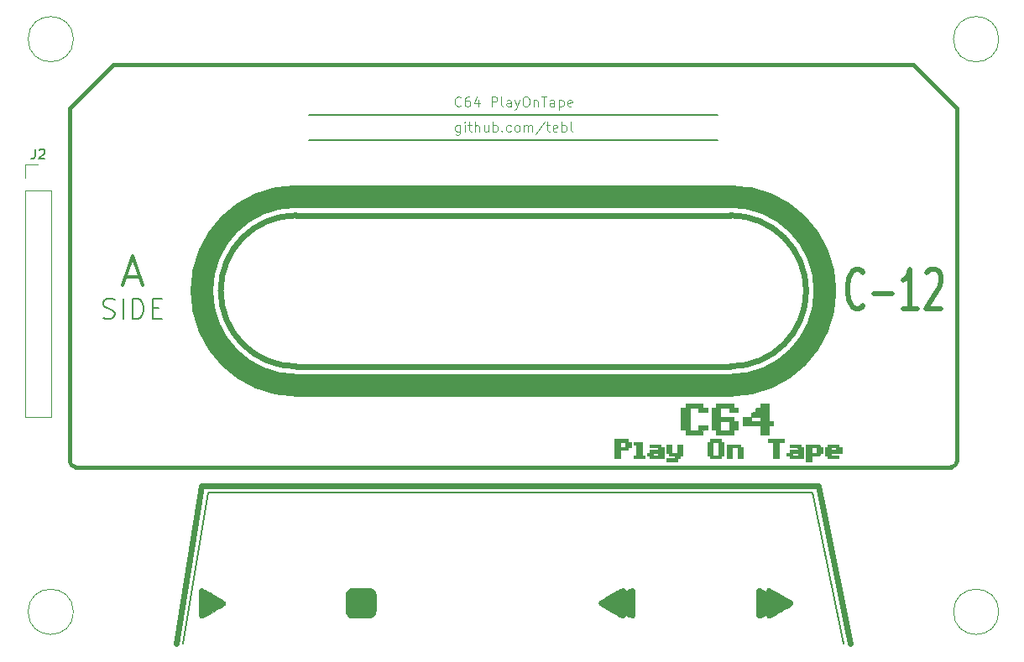
<source format=gto>
G04 #@! TF.GenerationSoftware,KiCad,Pcbnew,(5.1.8)-1*
G04 #@! TF.CreationDate,2022-02-20T19:10:46+01:00*
G04 #@! TF.ProjectId,PlayOnTape Faceplate A1,506c6179-4f6e-4546-9170-652046616365,rev?*
G04 #@! TF.SameCoordinates,Original*
G04 #@! TF.FileFunction,Legend,Top*
G04 #@! TF.FilePolarity,Positive*
%FSLAX46Y46*%
G04 Gerber Fmt 4.6, Leading zero omitted, Abs format (unit mm)*
G04 Created by KiCad (PCBNEW (5.1.8)-1) date 2022-02-20 19:10:46*
%MOMM*%
%LPD*%
G01*
G04 APERTURE LIST*
%ADD10C,0.300000*%
%ADD11C,2.300000*%
%ADD12C,0.400000*%
%ADD13C,0.600000*%
%ADD14C,0.500000*%
%ADD15C,0.150000*%
%ADD16C,0.200000*%
%ADD17C,0.100000*%
%ADD18C,0.010000*%
%ADD19C,0.120000*%
G04 APERTURE END LIST*
D10*
X81200714Y-105275000D02*
X82629285Y-105275000D01*
X80915000Y-106132142D02*
X81915000Y-103132142D01*
X82915000Y-106132142D01*
D11*
X88900000Y-106680000D02*
G75*
G03*
X98425000Y-116205000I9525000J0D01*
G01*
X98425000Y-97155000D02*
G75*
G03*
X88900000Y-106680000I0J-9525000D01*
G01*
X142240000Y-116205000D02*
G75*
G03*
X151765000Y-106680000I0J9525000D01*
G01*
X151765000Y-106680000D02*
G75*
G03*
X142240000Y-97155000I-9525000J0D01*
G01*
X98425000Y-97155000D02*
X142240000Y-97155000D01*
X98425000Y-116205000D02*
X142240000Y-116205000D01*
D12*
X76200000Y-124460000D02*
X164465000Y-124460000D01*
D13*
X142240000Y-99060000D02*
X98425000Y-99060000D01*
X98425000Y-114300000D02*
X142240000Y-114300000D01*
X90805000Y-106680000D02*
G75*
G03*
X98425000Y-114300000I7620000J0D01*
G01*
D14*
X155595238Y-108108571D02*
X155476190Y-108299047D01*
X155119047Y-108489523D01*
X154880952Y-108489523D01*
X154523809Y-108299047D01*
X154285714Y-107918095D01*
X154166666Y-107537142D01*
X154047619Y-106775238D01*
X154047619Y-106203809D01*
X154166666Y-105441904D01*
X154285714Y-105060952D01*
X154523809Y-104680000D01*
X154880952Y-104489523D01*
X155119047Y-104489523D01*
X155476190Y-104680000D01*
X155595238Y-104870476D01*
X156666666Y-106965714D02*
X158571428Y-106965714D01*
X161071428Y-108489523D02*
X159642857Y-108489523D01*
X160357142Y-108489523D02*
X160357142Y-104489523D01*
X160119047Y-105060952D01*
X159880952Y-105441904D01*
X159642857Y-105632380D01*
X162023809Y-104870476D02*
X162142857Y-104680000D01*
X162380952Y-104489523D01*
X162976190Y-104489523D01*
X163214285Y-104680000D01*
X163333333Y-104870476D01*
X163452380Y-105251428D01*
X163452380Y-105632380D01*
X163333333Y-106203809D01*
X161904761Y-108489523D01*
X163452380Y-108489523D01*
D15*
X78962619Y-109394523D02*
X79248333Y-109489761D01*
X79724523Y-109489761D01*
X79915000Y-109394523D01*
X80010238Y-109299285D01*
X80105476Y-109108809D01*
X80105476Y-108918333D01*
X80010238Y-108727857D01*
X79915000Y-108632619D01*
X79724523Y-108537380D01*
X79343571Y-108442142D01*
X79153095Y-108346904D01*
X79057857Y-108251666D01*
X78962619Y-108061190D01*
X78962619Y-107870714D01*
X79057857Y-107680238D01*
X79153095Y-107585000D01*
X79343571Y-107489761D01*
X79819761Y-107489761D01*
X80105476Y-107585000D01*
X80962619Y-109489761D02*
X80962619Y-107489761D01*
X81915000Y-109489761D02*
X81915000Y-107489761D01*
X82391190Y-107489761D01*
X82676904Y-107585000D01*
X82867380Y-107775476D01*
X82962619Y-107965952D01*
X83057857Y-108346904D01*
X83057857Y-108632619D01*
X82962619Y-109013571D01*
X82867380Y-109204047D01*
X82676904Y-109394523D01*
X82391190Y-109489761D01*
X81915000Y-109489761D01*
X83915000Y-108442142D02*
X84581666Y-108442142D01*
X84867380Y-109489761D02*
X83915000Y-109489761D01*
X83915000Y-107489761D01*
X84867380Y-107489761D01*
D16*
X99695000Y-88900000D02*
X140970000Y-88900000D01*
X99695000Y-91440000D02*
X140970000Y-91440000D01*
D17*
X114927738Y-89955714D02*
X114927738Y-90765238D01*
X114880119Y-90860476D01*
X114832500Y-90908095D01*
X114737261Y-90955714D01*
X114594404Y-90955714D01*
X114499166Y-90908095D01*
X114927738Y-90574761D02*
X114832500Y-90622380D01*
X114642023Y-90622380D01*
X114546785Y-90574761D01*
X114499166Y-90527142D01*
X114451547Y-90431904D01*
X114451547Y-90146190D01*
X114499166Y-90050952D01*
X114546785Y-90003333D01*
X114642023Y-89955714D01*
X114832500Y-89955714D01*
X114927738Y-90003333D01*
X115403928Y-90622380D02*
X115403928Y-89955714D01*
X115403928Y-89622380D02*
X115356309Y-89670000D01*
X115403928Y-89717619D01*
X115451547Y-89670000D01*
X115403928Y-89622380D01*
X115403928Y-89717619D01*
X115737261Y-89955714D02*
X116118214Y-89955714D01*
X115880119Y-89622380D02*
X115880119Y-90479523D01*
X115927738Y-90574761D01*
X116022976Y-90622380D01*
X116118214Y-90622380D01*
X116451547Y-90622380D02*
X116451547Y-89622380D01*
X116880119Y-90622380D02*
X116880119Y-90098571D01*
X116832500Y-90003333D01*
X116737261Y-89955714D01*
X116594404Y-89955714D01*
X116499166Y-90003333D01*
X116451547Y-90050952D01*
X117784880Y-89955714D02*
X117784880Y-90622380D01*
X117356309Y-89955714D02*
X117356309Y-90479523D01*
X117403928Y-90574761D01*
X117499166Y-90622380D01*
X117642023Y-90622380D01*
X117737261Y-90574761D01*
X117784880Y-90527142D01*
X118261071Y-90622380D02*
X118261071Y-89622380D01*
X118261071Y-90003333D02*
X118356309Y-89955714D01*
X118546785Y-89955714D01*
X118642023Y-90003333D01*
X118689642Y-90050952D01*
X118737261Y-90146190D01*
X118737261Y-90431904D01*
X118689642Y-90527142D01*
X118642023Y-90574761D01*
X118546785Y-90622380D01*
X118356309Y-90622380D01*
X118261071Y-90574761D01*
X119165833Y-90527142D02*
X119213452Y-90574761D01*
X119165833Y-90622380D01*
X119118214Y-90574761D01*
X119165833Y-90527142D01*
X119165833Y-90622380D01*
X120070595Y-90574761D02*
X119975357Y-90622380D01*
X119784880Y-90622380D01*
X119689642Y-90574761D01*
X119642023Y-90527142D01*
X119594404Y-90431904D01*
X119594404Y-90146190D01*
X119642023Y-90050952D01*
X119689642Y-90003333D01*
X119784880Y-89955714D01*
X119975357Y-89955714D01*
X120070595Y-90003333D01*
X120642023Y-90622380D02*
X120546785Y-90574761D01*
X120499166Y-90527142D01*
X120451547Y-90431904D01*
X120451547Y-90146190D01*
X120499166Y-90050952D01*
X120546785Y-90003333D01*
X120642023Y-89955714D01*
X120784880Y-89955714D01*
X120880119Y-90003333D01*
X120927738Y-90050952D01*
X120975357Y-90146190D01*
X120975357Y-90431904D01*
X120927738Y-90527142D01*
X120880119Y-90574761D01*
X120784880Y-90622380D01*
X120642023Y-90622380D01*
X121403928Y-90622380D02*
X121403928Y-89955714D01*
X121403928Y-90050952D02*
X121451547Y-90003333D01*
X121546785Y-89955714D01*
X121689642Y-89955714D01*
X121784880Y-90003333D01*
X121832500Y-90098571D01*
X121832500Y-90622380D01*
X121832500Y-90098571D02*
X121880119Y-90003333D01*
X121975357Y-89955714D01*
X122118214Y-89955714D01*
X122213452Y-90003333D01*
X122261071Y-90098571D01*
X122261071Y-90622380D01*
X123451547Y-89574761D02*
X122594404Y-90860476D01*
X123642023Y-89955714D02*
X124022976Y-89955714D01*
X123784880Y-89622380D02*
X123784880Y-90479523D01*
X123832500Y-90574761D01*
X123927738Y-90622380D01*
X124022976Y-90622380D01*
X124737261Y-90574761D02*
X124642023Y-90622380D01*
X124451547Y-90622380D01*
X124356309Y-90574761D01*
X124308690Y-90479523D01*
X124308690Y-90098571D01*
X124356309Y-90003333D01*
X124451547Y-89955714D01*
X124642023Y-89955714D01*
X124737261Y-90003333D01*
X124784880Y-90098571D01*
X124784880Y-90193809D01*
X124308690Y-90289047D01*
X125213452Y-90622380D02*
X125213452Y-89622380D01*
X125213452Y-90003333D02*
X125308690Y-89955714D01*
X125499166Y-89955714D01*
X125594404Y-90003333D01*
X125642023Y-90050952D01*
X125689642Y-90146190D01*
X125689642Y-90431904D01*
X125642023Y-90527142D01*
X125594404Y-90574761D01*
X125499166Y-90622380D01*
X125308690Y-90622380D01*
X125213452Y-90574761D01*
X126261071Y-90622380D02*
X126165833Y-90574761D01*
X126118214Y-90479523D01*
X126118214Y-89622380D01*
X115022976Y-87987142D02*
X114975357Y-88034761D01*
X114832500Y-88082380D01*
X114737261Y-88082380D01*
X114594404Y-88034761D01*
X114499166Y-87939523D01*
X114451547Y-87844285D01*
X114403928Y-87653809D01*
X114403928Y-87510952D01*
X114451547Y-87320476D01*
X114499166Y-87225238D01*
X114594404Y-87130000D01*
X114737261Y-87082380D01*
X114832500Y-87082380D01*
X114975357Y-87130000D01*
X115022976Y-87177619D01*
X115880119Y-87082380D02*
X115689642Y-87082380D01*
X115594404Y-87130000D01*
X115546785Y-87177619D01*
X115451547Y-87320476D01*
X115403928Y-87510952D01*
X115403928Y-87891904D01*
X115451547Y-87987142D01*
X115499166Y-88034761D01*
X115594404Y-88082380D01*
X115784880Y-88082380D01*
X115880119Y-88034761D01*
X115927738Y-87987142D01*
X115975357Y-87891904D01*
X115975357Y-87653809D01*
X115927738Y-87558571D01*
X115880119Y-87510952D01*
X115784880Y-87463333D01*
X115594404Y-87463333D01*
X115499166Y-87510952D01*
X115451547Y-87558571D01*
X115403928Y-87653809D01*
X116832500Y-87415714D02*
X116832500Y-88082380D01*
X116594404Y-87034761D02*
X116356309Y-87749047D01*
X116975357Y-87749047D01*
X118118214Y-88082380D02*
X118118214Y-87082380D01*
X118499166Y-87082380D01*
X118594404Y-87130000D01*
X118642023Y-87177619D01*
X118689642Y-87272857D01*
X118689642Y-87415714D01*
X118642023Y-87510952D01*
X118594404Y-87558571D01*
X118499166Y-87606190D01*
X118118214Y-87606190D01*
X119261071Y-88082380D02*
X119165833Y-88034761D01*
X119118214Y-87939523D01*
X119118214Y-87082380D01*
X120070595Y-88082380D02*
X120070595Y-87558571D01*
X120022976Y-87463333D01*
X119927738Y-87415714D01*
X119737261Y-87415714D01*
X119642023Y-87463333D01*
X120070595Y-88034761D02*
X119975357Y-88082380D01*
X119737261Y-88082380D01*
X119642023Y-88034761D01*
X119594404Y-87939523D01*
X119594404Y-87844285D01*
X119642023Y-87749047D01*
X119737261Y-87701428D01*
X119975357Y-87701428D01*
X120070595Y-87653809D01*
X120451547Y-87415714D02*
X120689642Y-88082380D01*
X120927738Y-87415714D02*
X120689642Y-88082380D01*
X120594404Y-88320476D01*
X120546785Y-88368095D01*
X120451547Y-88415714D01*
X121499166Y-87082380D02*
X121689642Y-87082380D01*
X121784880Y-87130000D01*
X121880119Y-87225238D01*
X121927738Y-87415714D01*
X121927738Y-87749047D01*
X121880119Y-87939523D01*
X121784880Y-88034761D01*
X121689642Y-88082380D01*
X121499166Y-88082380D01*
X121403928Y-88034761D01*
X121308690Y-87939523D01*
X121261071Y-87749047D01*
X121261071Y-87415714D01*
X121308690Y-87225238D01*
X121403928Y-87130000D01*
X121499166Y-87082380D01*
X122356309Y-87415714D02*
X122356309Y-88082380D01*
X122356309Y-87510952D02*
X122403928Y-87463333D01*
X122499166Y-87415714D01*
X122642023Y-87415714D01*
X122737261Y-87463333D01*
X122784880Y-87558571D01*
X122784880Y-88082380D01*
X123118214Y-87082380D02*
X123689642Y-87082380D01*
X123403928Y-88082380D02*
X123403928Y-87082380D01*
X124451547Y-88082380D02*
X124451547Y-87558571D01*
X124403928Y-87463333D01*
X124308690Y-87415714D01*
X124118214Y-87415714D01*
X124022976Y-87463333D01*
X124451547Y-88034761D02*
X124356309Y-88082380D01*
X124118214Y-88082380D01*
X124022976Y-88034761D01*
X123975357Y-87939523D01*
X123975357Y-87844285D01*
X124022976Y-87749047D01*
X124118214Y-87701428D01*
X124356309Y-87701428D01*
X124451547Y-87653809D01*
X124927738Y-87415714D02*
X124927738Y-88415714D01*
X124927738Y-87463333D02*
X125022976Y-87415714D01*
X125213452Y-87415714D01*
X125308690Y-87463333D01*
X125356309Y-87510952D01*
X125403928Y-87606190D01*
X125403928Y-87891904D01*
X125356309Y-87987142D01*
X125308690Y-88034761D01*
X125213452Y-88082380D01*
X125022976Y-88082380D01*
X124927738Y-88034761D01*
X126213452Y-88034761D02*
X126118214Y-88082380D01*
X125927738Y-88082380D01*
X125832500Y-88034761D01*
X125784880Y-87939523D01*
X125784880Y-87558571D01*
X125832500Y-87463333D01*
X125927738Y-87415714D01*
X126118214Y-87415714D01*
X126213452Y-87463333D01*
X126261071Y-87558571D01*
X126261071Y-87653809D01*
X125784880Y-87749047D01*
D16*
X153670000Y-142240000D02*
X150495000Y-127000000D01*
X86995000Y-142240000D02*
X89530000Y-127000000D01*
X150495000Y-127000000D02*
X89535000Y-127000000D01*
D13*
X149860000Y-106680000D02*
G75*
G03*
X142240000Y-99060000I-7620000J0D01*
G01*
X142240000Y-114300000D02*
G75*
G03*
X149860000Y-106680000I0J7620000D01*
G01*
X98425000Y-99060000D02*
G75*
G03*
X90805000Y-106680000I0J-7620000D01*
G01*
D12*
X160655000Y-83820000D02*
X80010000Y-83820000D01*
X165100000Y-123825000D02*
X165100000Y-88265000D01*
X164465000Y-124460000D02*
G75*
G03*
X165100000Y-123825000I0J635000D01*
G01*
X75565000Y-123825000D02*
X75565000Y-88265000D01*
X75565000Y-123825000D02*
G75*
G03*
X76200000Y-124460000I635000J0D01*
G01*
X160655000Y-83820000D02*
X165100000Y-88265000D01*
X80010000Y-83820000D02*
X75565000Y-88265000D01*
D13*
X88900000Y-126365000D02*
X151130000Y-126365000D01*
X88900000Y-126365000D02*
X86360000Y-142240000D01*
X151130000Y-126365000D02*
X154305000Y-142240000D01*
D18*
G36*
X148488290Y-138225067D02*
G01*
X148433800Y-138326194D01*
X148419414Y-138342321D01*
X148377202Y-138375243D01*
X148292011Y-138432095D01*
X148170029Y-138509086D01*
X148017446Y-138602421D01*
X147840451Y-138708310D01*
X147645231Y-138822959D01*
X147466914Y-138926000D01*
X147254000Y-139048147D01*
X147047494Y-139166686D01*
X146854790Y-139277366D01*
X146683282Y-139375938D01*
X146540364Y-139458155D01*
X146433428Y-139519765D01*
X146380949Y-139550092D01*
X146235012Y-139626649D01*
X146120910Y-139665575D01*
X146029121Y-139667655D01*
X145950128Y-139633674D01*
X145898410Y-139589918D01*
X145815914Y-139507422D01*
X145815914Y-136854522D01*
X145888978Y-136767690D01*
X145921593Y-136730810D01*
X145953877Y-136702749D01*
X145990247Y-136685259D01*
X146035116Y-136680090D01*
X146092902Y-136688996D01*
X146168017Y-136713727D01*
X146264879Y-136756035D01*
X146387902Y-136817673D01*
X146541501Y-136900391D01*
X146730092Y-137005942D01*
X146958089Y-137136077D01*
X147229908Y-137292548D01*
X147269659Y-137315471D01*
X147499489Y-137448804D01*
X147715859Y-137575832D01*
X147913482Y-137693343D01*
X148087072Y-137798125D01*
X148231343Y-137886966D01*
X148341009Y-137956655D01*
X148410782Y-138003980D01*
X148433525Y-138022601D01*
X148488307Y-138121425D01*
X148488290Y-138225067D01*
G37*
X148488290Y-138225067D02*
X148433800Y-138326194D01*
X148419414Y-138342321D01*
X148377202Y-138375243D01*
X148292011Y-138432095D01*
X148170029Y-138509086D01*
X148017446Y-138602421D01*
X147840451Y-138708310D01*
X147645231Y-138822959D01*
X147466914Y-138926000D01*
X147254000Y-139048147D01*
X147047494Y-139166686D01*
X146854790Y-139277366D01*
X146683282Y-139375938D01*
X146540364Y-139458155D01*
X146433428Y-139519765D01*
X146380949Y-139550092D01*
X146235012Y-139626649D01*
X146120910Y-139665575D01*
X146029121Y-139667655D01*
X145950128Y-139633674D01*
X145898410Y-139589918D01*
X145815914Y-139507422D01*
X145815914Y-136854522D01*
X145888978Y-136767690D01*
X145921593Y-136730810D01*
X145953877Y-136702749D01*
X145990247Y-136685259D01*
X146035116Y-136680090D01*
X146092902Y-136688996D01*
X146168017Y-136713727D01*
X146264879Y-136756035D01*
X146387902Y-136817673D01*
X146541501Y-136900391D01*
X146730092Y-137005942D01*
X146958089Y-137136077D01*
X147229908Y-137292548D01*
X147269659Y-137315471D01*
X147499489Y-137448804D01*
X147715859Y-137575832D01*
X147913482Y-137693343D01*
X148087072Y-137798125D01*
X148231343Y-137886966D01*
X148341009Y-137956655D01*
X148410782Y-138003980D01*
X148433525Y-138022601D01*
X148488307Y-138121425D01*
X148488290Y-138225067D01*
G36*
X147538290Y-138225067D02*
G01*
X147483800Y-138326194D01*
X147469414Y-138342321D01*
X147427202Y-138375243D01*
X147342011Y-138432095D01*
X147220029Y-138509086D01*
X147067446Y-138602421D01*
X146890451Y-138708310D01*
X146695231Y-138822959D01*
X146516914Y-138926000D01*
X146304000Y-139048147D01*
X146097494Y-139166686D01*
X145904790Y-139277366D01*
X145733282Y-139375938D01*
X145590364Y-139458155D01*
X145483428Y-139519765D01*
X145430949Y-139550092D01*
X145285012Y-139626649D01*
X145170910Y-139665575D01*
X145079121Y-139667655D01*
X145000128Y-139633674D01*
X144948410Y-139589918D01*
X144865914Y-139507422D01*
X144865914Y-136854522D01*
X144938978Y-136767690D01*
X144971593Y-136730810D01*
X145003877Y-136702749D01*
X145040247Y-136685259D01*
X145085116Y-136680090D01*
X145142902Y-136688996D01*
X145218017Y-136713727D01*
X145314879Y-136756035D01*
X145437902Y-136817673D01*
X145591501Y-136900391D01*
X145780092Y-137005942D01*
X146008089Y-137136077D01*
X146279908Y-137292548D01*
X146319659Y-137315471D01*
X146549489Y-137448804D01*
X146765859Y-137575832D01*
X146963482Y-137693343D01*
X147137072Y-137798125D01*
X147281343Y-137886966D01*
X147391009Y-137956655D01*
X147460782Y-138003980D01*
X147483525Y-138022601D01*
X147538307Y-138121425D01*
X147538290Y-138225067D01*
G37*
X147538290Y-138225067D02*
X147483800Y-138326194D01*
X147469414Y-138342321D01*
X147427202Y-138375243D01*
X147342011Y-138432095D01*
X147220029Y-138509086D01*
X147067446Y-138602421D01*
X146890451Y-138708310D01*
X146695231Y-138822959D01*
X146516914Y-138926000D01*
X146304000Y-139048147D01*
X146097494Y-139166686D01*
X145904790Y-139277366D01*
X145733282Y-139375938D01*
X145590364Y-139458155D01*
X145483428Y-139519765D01*
X145430949Y-139550092D01*
X145285012Y-139626649D01*
X145170910Y-139665575D01*
X145079121Y-139667655D01*
X145000128Y-139633674D01*
X144948410Y-139589918D01*
X144865914Y-139507422D01*
X144865914Y-136854522D01*
X144938978Y-136767690D01*
X144971593Y-136730810D01*
X145003877Y-136702749D01*
X145040247Y-136685259D01*
X145085116Y-136680090D01*
X145142902Y-136688996D01*
X145218017Y-136713727D01*
X145314879Y-136756035D01*
X145437902Y-136817673D01*
X145591501Y-136900391D01*
X145780092Y-137005942D01*
X146008089Y-137136077D01*
X146279908Y-137292548D01*
X146319659Y-137315471D01*
X146549489Y-137448804D01*
X146765859Y-137575832D01*
X146963482Y-137693343D01*
X147137072Y-137798125D01*
X147281343Y-137886966D01*
X147391009Y-137956655D01*
X147460782Y-138003980D01*
X147483525Y-138022601D01*
X147538307Y-138121425D01*
X147538290Y-138225067D01*
G36*
X128915710Y-138126933D02*
G01*
X128970200Y-138025806D01*
X128984586Y-138009679D01*
X129026798Y-137976757D01*
X129111989Y-137919905D01*
X129233971Y-137842914D01*
X129386554Y-137749579D01*
X129563549Y-137643690D01*
X129758769Y-137529041D01*
X129937086Y-137426000D01*
X130150000Y-137303853D01*
X130356506Y-137185314D01*
X130549210Y-137074634D01*
X130720718Y-136976062D01*
X130863636Y-136893845D01*
X130970572Y-136832235D01*
X131023051Y-136801908D01*
X131168988Y-136725351D01*
X131283090Y-136686425D01*
X131374879Y-136684345D01*
X131453872Y-136718326D01*
X131505590Y-136762082D01*
X131588086Y-136844578D01*
X131588086Y-139497478D01*
X131515022Y-139584310D01*
X131482407Y-139621190D01*
X131450123Y-139649251D01*
X131413753Y-139666741D01*
X131368884Y-139671910D01*
X131311098Y-139663004D01*
X131235983Y-139638273D01*
X131139121Y-139595965D01*
X131016098Y-139534327D01*
X130862499Y-139451609D01*
X130673908Y-139346058D01*
X130445911Y-139215923D01*
X130174092Y-139059452D01*
X130134341Y-139036529D01*
X129904511Y-138903196D01*
X129688141Y-138776168D01*
X129490518Y-138658657D01*
X129316928Y-138553875D01*
X129172657Y-138465034D01*
X129062991Y-138395345D01*
X128993218Y-138348020D01*
X128970475Y-138329399D01*
X128915693Y-138230575D01*
X128915710Y-138126933D01*
G37*
X128915710Y-138126933D02*
X128970200Y-138025806D01*
X128984586Y-138009679D01*
X129026798Y-137976757D01*
X129111989Y-137919905D01*
X129233971Y-137842914D01*
X129386554Y-137749579D01*
X129563549Y-137643690D01*
X129758769Y-137529041D01*
X129937086Y-137426000D01*
X130150000Y-137303853D01*
X130356506Y-137185314D01*
X130549210Y-137074634D01*
X130720718Y-136976062D01*
X130863636Y-136893845D01*
X130970572Y-136832235D01*
X131023051Y-136801908D01*
X131168988Y-136725351D01*
X131283090Y-136686425D01*
X131374879Y-136684345D01*
X131453872Y-136718326D01*
X131505590Y-136762082D01*
X131588086Y-136844578D01*
X131588086Y-139497478D01*
X131515022Y-139584310D01*
X131482407Y-139621190D01*
X131450123Y-139649251D01*
X131413753Y-139666741D01*
X131368884Y-139671910D01*
X131311098Y-139663004D01*
X131235983Y-139638273D01*
X131139121Y-139595965D01*
X131016098Y-139534327D01*
X130862499Y-139451609D01*
X130673908Y-139346058D01*
X130445911Y-139215923D01*
X130174092Y-139059452D01*
X130134341Y-139036529D01*
X129904511Y-138903196D01*
X129688141Y-138776168D01*
X129490518Y-138658657D01*
X129316928Y-138553875D01*
X129172657Y-138465034D01*
X129062991Y-138395345D01*
X128993218Y-138348020D01*
X128970475Y-138329399D01*
X128915693Y-138230575D01*
X128915710Y-138126933D01*
G36*
X129865710Y-138126933D02*
G01*
X129920200Y-138025806D01*
X129934586Y-138009679D01*
X129976798Y-137976757D01*
X130061989Y-137919905D01*
X130183971Y-137842914D01*
X130336554Y-137749579D01*
X130513549Y-137643690D01*
X130708769Y-137529041D01*
X130887086Y-137426000D01*
X131100000Y-137303853D01*
X131306506Y-137185314D01*
X131499210Y-137074634D01*
X131670718Y-136976062D01*
X131813636Y-136893845D01*
X131920572Y-136832235D01*
X131973051Y-136801908D01*
X132118988Y-136725351D01*
X132233090Y-136686425D01*
X132324879Y-136684345D01*
X132403872Y-136718326D01*
X132455590Y-136762082D01*
X132538086Y-136844578D01*
X132538086Y-139497478D01*
X132465022Y-139584310D01*
X132432407Y-139621190D01*
X132400123Y-139649251D01*
X132363753Y-139666741D01*
X132318884Y-139671910D01*
X132261098Y-139663004D01*
X132185983Y-139638273D01*
X132089121Y-139595965D01*
X131966098Y-139534327D01*
X131812499Y-139451609D01*
X131623908Y-139346058D01*
X131395911Y-139215923D01*
X131124092Y-139059452D01*
X131084341Y-139036529D01*
X130854511Y-138903196D01*
X130638141Y-138776168D01*
X130440518Y-138658657D01*
X130266928Y-138553875D01*
X130122657Y-138465034D01*
X130012991Y-138395345D01*
X129943218Y-138348020D01*
X129920475Y-138329399D01*
X129865693Y-138230575D01*
X129865710Y-138126933D01*
G37*
X129865710Y-138126933D02*
X129920200Y-138025806D01*
X129934586Y-138009679D01*
X129976798Y-137976757D01*
X130061989Y-137919905D01*
X130183971Y-137842914D01*
X130336554Y-137749579D01*
X130513549Y-137643690D01*
X130708769Y-137529041D01*
X130887086Y-137426000D01*
X131100000Y-137303853D01*
X131306506Y-137185314D01*
X131499210Y-137074634D01*
X131670718Y-136976062D01*
X131813636Y-136893845D01*
X131920572Y-136832235D01*
X131973051Y-136801908D01*
X132118988Y-136725351D01*
X132233090Y-136686425D01*
X132324879Y-136684345D01*
X132403872Y-136718326D01*
X132455590Y-136762082D01*
X132538086Y-136844578D01*
X132538086Y-139497478D01*
X132465022Y-139584310D01*
X132432407Y-139621190D01*
X132400123Y-139649251D01*
X132363753Y-139666741D01*
X132318884Y-139671910D01*
X132261098Y-139663004D01*
X132185983Y-139638273D01*
X132089121Y-139595965D01*
X131966098Y-139534327D01*
X131812499Y-139451609D01*
X131623908Y-139346058D01*
X131395911Y-139215923D01*
X131124092Y-139059452D01*
X131084341Y-139036529D01*
X130854511Y-138903196D01*
X130638141Y-138776168D01*
X130440518Y-138658657D01*
X130266928Y-138553875D01*
X130122657Y-138465034D01*
X130012991Y-138395345D01*
X129943218Y-138348020D01*
X129920475Y-138329399D01*
X129865693Y-138230575D01*
X129865710Y-138126933D01*
G36*
X146104919Y-119836132D02*
G01*
X146537151Y-119836132D01*
X146537151Y-120268365D01*
X146104919Y-120268365D01*
X146104919Y-121158255D01*
X145215029Y-121158255D01*
X145215029Y-120268365D01*
X143435249Y-120268365D01*
X143435249Y-119378475D01*
X144325139Y-119378475D01*
X144325139Y-119836132D01*
X145215029Y-119836132D01*
X145215029Y-119378475D01*
X144325139Y-119378475D01*
X144325139Y-118948222D01*
X144547612Y-118940876D01*
X144770084Y-118933530D01*
X144777431Y-118711057D01*
X144784777Y-118488585D01*
X145215029Y-118488585D01*
X145215029Y-118056353D01*
X146104919Y-118056353D01*
X146104919Y-119836132D01*
G37*
X146104919Y-119836132D02*
X146537151Y-119836132D01*
X146537151Y-120268365D01*
X146104919Y-120268365D01*
X146104919Y-121158255D01*
X145215029Y-121158255D01*
X145215029Y-120268365D01*
X143435249Y-120268365D01*
X143435249Y-119378475D01*
X144325139Y-119378475D01*
X144325139Y-119836132D01*
X145215029Y-119836132D01*
X145215029Y-119378475D01*
X144325139Y-119378475D01*
X144325139Y-118948222D01*
X144547612Y-118940876D01*
X144770084Y-118933530D01*
X144777431Y-118711057D01*
X144784777Y-118488585D01*
X145215029Y-118488585D01*
X145215029Y-118056353D01*
X146104919Y-118056353D01*
X146104919Y-119836132D01*
G36*
X142545360Y-118488585D02*
G01*
X143003017Y-118488585D01*
X143003017Y-118920817D01*
X142113127Y-118920817D01*
X142113127Y-118488585D01*
X141223237Y-118488585D01*
X141223237Y-119378475D01*
X142543380Y-119378475D01*
X142550726Y-119600947D01*
X142558072Y-119823420D01*
X142780545Y-119830766D01*
X143003017Y-119838112D01*
X143003017Y-120698617D01*
X142780545Y-120705963D01*
X142558072Y-120713310D01*
X142550726Y-120935782D01*
X142543380Y-121158255D01*
X140792985Y-121158255D01*
X140785639Y-120935782D01*
X140778293Y-120713310D01*
X140555820Y-120705963D01*
X140333348Y-120698617D01*
X140333348Y-119810707D01*
X141223237Y-119810707D01*
X141223237Y-120726022D01*
X142113127Y-120726022D01*
X142113127Y-119810707D01*
X141223237Y-119810707D01*
X140333348Y-119810707D01*
X140333348Y-118488585D01*
X140791005Y-118488585D01*
X140791005Y-118056353D01*
X142545360Y-118056353D01*
X142545360Y-118488585D01*
G37*
X142545360Y-118488585D02*
X143003017Y-118488585D01*
X143003017Y-118920817D01*
X142113127Y-118920817D01*
X142113127Y-118488585D01*
X141223237Y-118488585D01*
X141223237Y-119378475D01*
X142543380Y-119378475D01*
X142550726Y-119600947D01*
X142558072Y-119823420D01*
X142780545Y-119830766D01*
X143003017Y-119838112D01*
X143003017Y-120698617D01*
X142780545Y-120705963D01*
X142558072Y-120713310D01*
X142550726Y-120935782D01*
X142543380Y-121158255D01*
X140792985Y-121158255D01*
X140785639Y-120935782D01*
X140778293Y-120713310D01*
X140555820Y-120705963D01*
X140333348Y-120698617D01*
X140333348Y-119810707D01*
X141223237Y-119810707D01*
X141223237Y-120726022D01*
X142113127Y-120726022D01*
X142113127Y-119810707D01*
X141223237Y-119810707D01*
X140333348Y-119810707D01*
X140333348Y-118488585D01*
X140791005Y-118488585D01*
X140791005Y-118056353D01*
X142545360Y-118056353D01*
X142545360Y-118488585D01*
G36*
X139443458Y-118488585D02*
G01*
X139901115Y-118488585D01*
X139901115Y-118920817D01*
X139011225Y-118920817D01*
X139011225Y-118488585D01*
X138121336Y-118488585D01*
X138121336Y-120726022D01*
X139011225Y-120726022D01*
X139011225Y-120268365D01*
X139901115Y-120268365D01*
X139901115Y-120698617D01*
X139678643Y-120705963D01*
X139456170Y-120713310D01*
X139448824Y-120935782D01*
X139441478Y-121158255D01*
X137691083Y-121158255D01*
X137683737Y-120935782D01*
X137676391Y-120713310D01*
X137453918Y-120705963D01*
X137231446Y-120698617D01*
X137231446Y-118488585D01*
X137689103Y-118488585D01*
X137689103Y-118056353D01*
X139443458Y-118056353D01*
X139443458Y-118488585D01*
G37*
X139443458Y-118488585D02*
X139901115Y-118488585D01*
X139901115Y-118920817D01*
X139011225Y-118920817D01*
X139011225Y-118488585D01*
X138121336Y-118488585D01*
X138121336Y-120726022D01*
X139011225Y-120726022D01*
X139011225Y-120268365D01*
X139901115Y-120268365D01*
X139901115Y-120698617D01*
X139678643Y-120705963D01*
X139456170Y-120713310D01*
X139448824Y-120935782D01*
X139441478Y-121158255D01*
X137691083Y-121158255D01*
X137683737Y-120935782D01*
X137676391Y-120713310D01*
X137453918Y-120705963D01*
X137231446Y-120698617D01*
X137231446Y-118488585D01*
X137689103Y-118488585D01*
X137689103Y-118056353D01*
X139443458Y-118056353D01*
X139443458Y-118488585D01*
G36*
X153152790Y-122334180D02*
G01*
X153160475Y-122467664D01*
X153293958Y-122475349D01*
X153427442Y-122483034D01*
X153427442Y-123014311D01*
X152334148Y-123014311D01*
X152334148Y-123293990D01*
X153147762Y-123293990D01*
X153147762Y-123573670D01*
X152054469Y-123573670D01*
X152054469Y-123293990D01*
X151774789Y-123293990D01*
X151774789Y-122734631D01*
X152334148Y-122734631D01*
X152896165Y-122734631D01*
X152888480Y-122601147D01*
X152880795Y-122467664D01*
X152607472Y-122460447D01*
X152334148Y-122453231D01*
X152334148Y-122734631D01*
X151774789Y-122734631D01*
X151774789Y-122483034D01*
X151908272Y-122475349D01*
X152041756Y-122467664D01*
X152049441Y-122334180D01*
X152057126Y-122200697D01*
X153145105Y-122200697D01*
X153152790Y-122334180D01*
G37*
X153152790Y-122334180D02*
X153160475Y-122467664D01*
X153293958Y-122475349D01*
X153427442Y-122483034D01*
X153427442Y-123014311D01*
X152334148Y-123014311D01*
X152334148Y-123293990D01*
X153147762Y-123293990D01*
X153147762Y-123573670D01*
X152054469Y-123573670D01*
X152054469Y-123293990D01*
X151774789Y-123293990D01*
X151774789Y-122734631D01*
X152334148Y-122734631D01*
X152896165Y-122734631D01*
X152888480Y-122601147D01*
X152880795Y-122467664D01*
X152607472Y-122460447D01*
X152334148Y-122453231D01*
X152334148Y-122734631D01*
X151774789Y-122734631D01*
X151774789Y-122483034D01*
X151908272Y-122475349D01*
X152041756Y-122467664D01*
X152049441Y-122334180D01*
X152057126Y-122200697D01*
X153145105Y-122200697D01*
X153152790Y-122334180D01*
G36*
X149288125Y-122334180D02*
G01*
X149295810Y-122467664D01*
X149429294Y-122475349D01*
X149562777Y-122483034D01*
X149562777Y-123573670D01*
X148189804Y-123573670D01*
X148189804Y-123293990D01*
X148469484Y-123293990D01*
X149031500Y-123293990D01*
X149023815Y-123160507D01*
X149016130Y-123027023D01*
X148742807Y-123019807D01*
X148469484Y-123012590D01*
X148469484Y-123293990D01*
X148189804Y-123293990D01*
X147910124Y-123293990D01*
X147910124Y-123014311D01*
X148189804Y-123014311D01*
X148189804Y-122734631D01*
X149031500Y-122734631D01*
X149023815Y-122601147D01*
X149016130Y-122467664D01*
X148189804Y-122453692D01*
X148189804Y-122200697D01*
X149280440Y-122200697D01*
X149288125Y-122334180D01*
G37*
X149288125Y-122334180D02*
X149295810Y-122467664D01*
X149429294Y-122475349D01*
X149562777Y-122483034D01*
X149562777Y-123573670D01*
X148189804Y-123573670D01*
X148189804Y-123293990D01*
X148469484Y-123293990D01*
X149031500Y-123293990D01*
X149023815Y-123160507D01*
X149016130Y-123027023D01*
X148742807Y-123019807D01*
X148469484Y-123012590D01*
X148469484Y-123293990D01*
X148189804Y-123293990D01*
X147910124Y-123293990D01*
X147910124Y-123014311D01*
X148189804Y-123014311D01*
X148189804Y-122734631D01*
X149031500Y-122734631D01*
X149023815Y-122601147D01*
X149016130Y-122467664D01*
X148189804Y-122453692D01*
X148189804Y-122200697D01*
X149280440Y-122200697D01*
X149288125Y-122334180D01*
G36*
X147630445Y-121921017D02*
G01*
X147071085Y-121921017D01*
X147071085Y-123573670D01*
X146537151Y-123573670D01*
X146537151Y-121921017D01*
X145977792Y-121921017D01*
X145977792Y-121641338D01*
X147630445Y-121641338D01*
X147630445Y-121921017D01*
G37*
X147630445Y-121921017D02*
X147071085Y-121921017D01*
X147071085Y-123573670D01*
X146537151Y-123573670D01*
X146537151Y-121921017D01*
X145977792Y-121921017D01*
X145977792Y-121641338D01*
X147630445Y-121641338D01*
X147630445Y-121921017D01*
G36*
X143211448Y-122334180D02*
G01*
X143219133Y-122467664D01*
X143352617Y-122475349D01*
X143486100Y-122483034D01*
X143486100Y-123573670D01*
X142953158Y-123573670D01*
X142939454Y-122467664D01*
X142666130Y-122460447D01*
X142392807Y-122453231D01*
X142392807Y-123573670D01*
X141833448Y-123573670D01*
X141833448Y-122200697D01*
X143203763Y-122200697D01*
X143211448Y-122334180D01*
G37*
X143211448Y-122334180D02*
X143219133Y-122467664D01*
X143352617Y-122475349D01*
X143486100Y-122483034D01*
X143486100Y-123573670D01*
X142953158Y-123573670D01*
X142939454Y-122467664D01*
X142666130Y-122460447D01*
X142392807Y-122453231D01*
X142392807Y-123573670D01*
X141833448Y-123573670D01*
X141833448Y-122200697D01*
X143203763Y-122200697D01*
X143211448Y-122334180D01*
G36*
X141279116Y-121774821D02*
G01*
X141286801Y-121908305D01*
X141420284Y-121915990D01*
X141553768Y-121923675D01*
X141553768Y-123293990D01*
X141274088Y-123293990D01*
X141274088Y-123573670D01*
X140180795Y-123573670D01*
X140180795Y-123293990D01*
X139901115Y-123293990D01*
X139901115Y-121921017D01*
X140180795Y-121921017D01*
X140460475Y-121921017D01*
X140460475Y-123293990D01*
X141019834Y-123293990D01*
X141019834Y-121921017D01*
X140460475Y-121921017D01*
X140180795Y-121921017D01*
X140180795Y-121641338D01*
X141271431Y-121641338D01*
X141279116Y-121774821D01*
G37*
X141279116Y-121774821D02*
X141286801Y-121908305D01*
X141420284Y-121915990D01*
X141553768Y-121923675D01*
X141553768Y-123293990D01*
X141274088Y-123293990D01*
X141274088Y-123573670D01*
X140180795Y-123573670D01*
X140180795Y-123293990D01*
X139901115Y-123293990D01*
X139901115Y-121921017D01*
X140180795Y-121921017D01*
X140460475Y-121921017D01*
X140460475Y-123293990D01*
X141019834Y-123293990D01*
X141019834Y-121921017D01*
X140460475Y-121921017D01*
X140180795Y-121921017D01*
X140180795Y-121641338D01*
X141271431Y-121641338D01*
X141279116Y-121774821D01*
G36*
X135202439Y-122334180D02*
G01*
X135210124Y-122467664D01*
X135343608Y-122475349D01*
X135477091Y-122483034D01*
X135477091Y-123573670D01*
X134104118Y-123573670D01*
X134104118Y-123293990D01*
X134383798Y-123293990D01*
X134945815Y-123293990D01*
X134938130Y-123160507D01*
X134930445Y-123027023D01*
X134657121Y-123019807D01*
X134383798Y-123012590D01*
X134383798Y-123293990D01*
X134104118Y-123293990D01*
X133824439Y-123293990D01*
X133824439Y-123014311D01*
X134104118Y-123014311D01*
X134104118Y-122734631D01*
X134945815Y-122734631D01*
X134938130Y-122601147D01*
X134930445Y-122467664D01*
X134517281Y-122460678D01*
X134104118Y-122453692D01*
X134104118Y-122200697D01*
X135194754Y-122200697D01*
X135202439Y-122334180D01*
G37*
X135202439Y-122334180D02*
X135210124Y-122467664D01*
X135343608Y-122475349D01*
X135477091Y-122483034D01*
X135477091Y-123573670D01*
X134104118Y-123573670D01*
X134104118Y-123293990D01*
X134383798Y-123293990D01*
X134945815Y-123293990D01*
X134938130Y-123160507D01*
X134930445Y-123027023D01*
X134657121Y-123019807D01*
X134383798Y-123012590D01*
X134383798Y-123293990D01*
X134104118Y-123293990D01*
X133824439Y-123293990D01*
X133824439Y-123014311D01*
X134104118Y-123014311D01*
X134104118Y-122734631D01*
X134945815Y-122734631D01*
X134938130Y-122601147D01*
X134930445Y-122467664D01*
X134517281Y-122460678D01*
X134104118Y-122453692D01*
X134104118Y-122200697D01*
X135194754Y-122200697D01*
X135202439Y-122334180D01*
G36*
X133290505Y-123293990D02*
G01*
X133544759Y-123293990D01*
X133544759Y-123573670D01*
X132451466Y-123573670D01*
X132451466Y-123293990D01*
X132731145Y-123293990D01*
X132731145Y-122200697D01*
X132451466Y-122200697D01*
X132451466Y-121921017D01*
X133290505Y-121921017D01*
X133290505Y-123293990D01*
G37*
X133290505Y-123293990D02*
X133544759Y-123293990D01*
X133544759Y-123573670D01*
X132451466Y-123573670D01*
X132451466Y-123293990D01*
X132731145Y-123293990D01*
X132731145Y-122200697D01*
X132451466Y-122200697D01*
X132451466Y-121921017D01*
X133290505Y-121921017D01*
X133290505Y-123293990D01*
G36*
X131897134Y-121774821D02*
G01*
X131904819Y-121908305D01*
X132038303Y-121915990D01*
X132171786Y-121923675D01*
X132171786Y-122452294D01*
X132038303Y-122459979D01*
X131904819Y-122467664D01*
X131897134Y-122601147D01*
X131889449Y-122734631D01*
X131078493Y-122734631D01*
X131078493Y-123573670D01*
X130519133Y-123573670D01*
X130519133Y-121921017D01*
X131078493Y-121921017D01*
X131078493Y-122482097D01*
X131351816Y-122474881D01*
X131625139Y-122467664D01*
X131632356Y-122194341D01*
X131639572Y-121921017D01*
X131078493Y-121921017D01*
X130519133Y-121921017D01*
X130519133Y-121641338D01*
X131889449Y-121641338D01*
X131897134Y-121774821D01*
G37*
X131897134Y-121774821D02*
X131904819Y-121908305D01*
X132038303Y-121915990D01*
X132171786Y-121923675D01*
X132171786Y-122452294D01*
X132038303Y-122459979D01*
X131904819Y-122467664D01*
X131897134Y-122601147D01*
X131889449Y-122734631D01*
X131078493Y-122734631D01*
X131078493Y-123573670D01*
X130519133Y-123573670D01*
X130519133Y-121921017D01*
X131078493Y-121921017D01*
X131078493Y-122482097D01*
X131351816Y-122474881D01*
X131625139Y-122467664D01*
X131632356Y-122194341D01*
X131639572Y-121921017D01*
X131078493Y-121921017D01*
X130519133Y-121921017D01*
X130519133Y-121641338D01*
X131889449Y-121641338D01*
X131897134Y-121774821D01*
G36*
X151220457Y-122334180D02*
G01*
X151228142Y-122467664D01*
X151361626Y-122475349D01*
X151495109Y-122483034D01*
X151495109Y-123011653D01*
X151361626Y-123019338D01*
X151228142Y-123027023D01*
X151220457Y-123160507D01*
X151212772Y-123293990D01*
X150401816Y-123293990D01*
X150401816Y-123853350D01*
X149842457Y-123853350D01*
X149842457Y-123014311D01*
X150401816Y-123014311D01*
X150962896Y-123014311D01*
X150955679Y-122740987D01*
X150948463Y-122467664D01*
X150675139Y-122460447D01*
X150401816Y-122453231D01*
X150401816Y-123014311D01*
X149842457Y-123014311D01*
X149842457Y-122200697D01*
X151212772Y-122200697D01*
X151220457Y-122334180D01*
G37*
X151220457Y-122334180D02*
X151228142Y-122467664D01*
X151361626Y-122475349D01*
X151495109Y-122483034D01*
X151495109Y-123011653D01*
X151361626Y-123019338D01*
X151228142Y-123027023D01*
X151220457Y-123160507D01*
X151212772Y-123293990D01*
X150401816Y-123293990D01*
X150401816Y-123853350D01*
X149842457Y-123853350D01*
X149842457Y-123014311D01*
X150401816Y-123014311D01*
X150962896Y-123014311D01*
X150955679Y-122740987D01*
X150948463Y-122467664D01*
X150675139Y-122460447D01*
X150401816Y-122453231D01*
X150401816Y-123014311D01*
X149842457Y-123014311D01*
X149842457Y-122200697D01*
X151212772Y-122200697D01*
X151220457Y-122334180D01*
G36*
X136316130Y-123014311D02*
G01*
X136875490Y-123014311D01*
X136875490Y-122200697D01*
X137409424Y-122200697D01*
X137409424Y-123293990D01*
X137129744Y-123293990D01*
X137129744Y-123573670D01*
X136850064Y-123573670D01*
X136850064Y-123853350D01*
X135756771Y-123853350D01*
X135756771Y-123573670D01*
X136595810Y-123573670D01*
X136595810Y-123293990D01*
X136036451Y-123293990D01*
X136036451Y-123014311D01*
X135756771Y-123014311D01*
X135756771Y-122200697D01*
X136316130Y-122200697D01*
X136316130Y-123014311D01*
G37*
X136316130Y-123014311D02*
X136875490Y-123014311D01*
X136875490Y-122200697D01*
X137409424Y-122200697D01*
X137409424Y-123293990D01*
X137129744Y-123293990D01*
X137129744Y-123573670D01*
X136850064Y-123573670D01*
X136850064Y-123853350D01*
X135756771Y-123853350D01*
X135756771Y-123573670D01*
X136595810Y-123573670D01*
X136595810Y-123293990D01*
X136036451Y-123293990D01*
X136036451Y-123014311D01*
X135756771Y-123014311D01*
X135756771Y-122200697D01*
X136316130Y-122200697D01*
X136316130Y-123014311D01*
D19*
X71060000Y-119440000D02*
X73720000Y-119440000D01*
X71060000Y-96520000D02*
X71060000Y-119440000D01*
X73720000Y-96520000D02*
X73720000Y-119440000D01*
X71060000Y-96520000D02*
X73720000Y-96520000D01*
X71060000Y-95250000D02*
X71060000Y-93920000D01*
X71060000Y-93920000D02*
X72390000Y-93920000D01*
X75946000Y-139065000D02*
G75*
G03*
X75946000Y-139065000I-2286000J0D01*
G01*
X169291000Y-139065000D02*
G75*
G03*
X169291000Y-139065000I-2286000J0D01*
G01*
X169291000Y-81280000D02*
G75*
G03*
X169291000Y-81280000I-2286000J0D01*
G01*
X75946000Y-81280000D02*
G75*
G03*
X75946000Y-81280000I-2286000J0D01*
G01*
D18*
G36*
X88918908Y-136706653D02*
G01*
X89047678Y-136758817D01*
X89154590Y-136816790D01*
X89228716Y-136859672D01*
X89344528Y-136926514D01*
X89494779Y-137013140D01*
X89672224Y-137115375D01*
X89869614Y-137229044D01*
X90079705Y-137349971D01*
X90262157Y-137454946D01*
X90469420Y-137575216D01*
X90662816Y-137689434D01*
X90836437Y-137793960D01*
X90984377Y-137885154D01*
X91100728Y-137959376D01*
X91179583Y-138012987D01*
X91214657Y-138041852D01*
X91264411Y-138143950D01*
X91258984Y-138248631D01*
X91198849Y-138349050D01*
X91193056Y-138355268D01*
X91150981Y-138387908D01*
X91065861Y-138444512D01*
X90943827Y-138521335D01*
X90791008Y-138614631D01*
X90613534Y-138720653D01*
X90417534Y-138835656D01*
X90226445Y-138945985D01*
X90012735Y-139068491D01*
X89806226Y-139186994D01*
X89614090Y-139297366D01*
X89443501Y-139395484D01*
X89301634Y-139477220D01*
X89195663Y-139538449D01*
X89140337Y-139570605D01*
X88990930Y-139647847D01*
X88872405Y-139684122D01*
X88777288Y-139679877D01*
X88698106Y-139635555D01*
X88662620Y-139599057D01*
X88589556Y-139512225D01*
X88589556Y-136867998D01*
X88662620Y-136781166D01*
X88734188Y-136718393D01*
X88817014Y-136693367D01*
X88918908Y-136706653D01*
G37*
X88918908Y-136706653D02*
X89047678Y-136758817D01*
X89154590Y-136816790D01*
X89228716Y-136859672D01*
X89344528Y-136926514D01*
X89494779Y-137013140D01*
X89672224Y-137115375D01*
X89869614Y-137229044D01*
X90079705Y-137349971D01*
X90262157Y-137454946D01*
X90469420Y-137575216D01*
X90662816Y-137689434D01*
X90836437Y-137793960D01*
X90984377Y-137885154D01*
X91100728Y-137959376D01*
X91179583Y-138012987D01*
X91214657Y-138041852D01*
X91264411Y-138143950D01*
X91258984Y-138248631D01*
X91198849Y-138349050D01*
X91193056Y-138355268D01*
X91150981Y-138387908D01*
X91065861Y-138444512D01*
X90943827Y-138521335D01*
X90791008Y-138614631D01*
X90613534Y-138720653D01*
X90417534Y-138835656D01*
X90226445Y-138945985D01*
X90012735Y-139068491D01*
X89806226Y-139186994D01*
X89614090Y-139297366D01*
X89443501Y-139395484D01*
X89301634Y-139477220D01*
X89195663Y-139538449D01*
X89140337Y-139570605D01*
X88990930Y-139647847D01*
X88872405Y-139684122D01*
X88777288Y-139679877D01*
X88698106Y-139635555D01*
X88662620Y-139599057D01*
X88589556Y-139512225D01*
X88589556Y-136867998D01*
X88662620Y-136781166D01*
X88734188Y-136718393D01*
X88817014Y-136693367D01*
X88918908Y-136706653D01*
G36*
X106073162Y-136738047D02*
G01*
X106230687Y-136846139D01*
X106346341Y-136991905D01*
X106409182Y-137139135D01*
X106421565Y-137210607D01*
X106431771Y-137329511D01*
X106439807Y-137486879D01*
X106445677Y-137673741D01*
X106449387Y-137881126D01*
X106450943Y-138100066D01*
X106450350Y-138321590D01*
X106447613Y-138536730D01*
X106442738Y-138736515D01*
X106435731Y-138911977D01*
X106426597Y-139054145D01*
X106415341Y-139154050D01*
X106407935Y-139188787D01*
X106331715Y-139360619D01*
X106216007Y-139493723D01*
X106076248Y-139584194D01*
X105928807Y-139657667D01*
X104939515Y-139655439D01*
X104658608Y-139653939D01*
X104413470Y-139650858D01*
X104208102Y-139646314D01*
X104046502Y-139640426D01*
X103932670Y-139633312D01*
X103870605Y-139625091D01*
X103865556Y-139623615D01*
X103712728Y-139541563D01*
X103580881Y-139413254D01*
X103520463Y-139325100D01*
X103442223Y-139192000D01*
X103433794Y-138226449D01*
X103432200Y-137934625D01*
X103432806Y-137683267D01*
X103435547Y-137475638D01*
X103440359Y-137314999D01*
X103447178Y-137204612D01*
X103454877Y-137151299D01*
X103526375Y-136987534D01*
X103640970Y-136846661D01*
X103786411Y-136743303D01*
X103803738Y-136734865D01*
X103843550Y-136716792D01*
X103881475Y-136702230D01*
X103923837Y-136690798D01*
X103976959Y-136682116D01*
X104047164Y-136675802D01*
X104140775Y-136671474D01*
X104264114Y-136668752D01*
X104423504Y-136667254D01*
X104625269Y-136666599D01*
X104875731Y-136666406D01*
X104939515Y-136666387D01*
X105928807Y-136666112D01*
X106073162Y-136738047D01*
G37*
X106073162Y-136738047D02*
X106230687Y-136846139D01*
X106346341Y-136991905D01*
X106409182Y-137139135D01*
X106421565Y-137210607D01*
X106431771Y-137329511D01*
X106439807Y-137486879D01*
X106445677Y-137673741D01*
X106449387Y-137881126D01*
X106450943Y-138100066D01*
X106450350Y-138321590D01*
X106447613Y-138536730D01*
X106442738Y-138736515D01*
X106435731Y-138911977D01*
X106426597Y-139054145D01*
X106415341Y-139154050D01*
X106407935Y-139188787D01*
X106331715Y-139360619D01*
X106216007Y-139493723D01*
X106076248Y-139584194D01*
X105928807Y-139657667D01*
X104939515Y-139655439D01*
X104658608Y-139653939D01*
X104413470Y-139650858D01*
X104208102Y-139646314D01*
X104046502Y-139640426D01*
X103932670Y-139633312D01*
X103870605Y-139625091D01*
X103865556Y-139623615D01*
X103712728Y-139541563D01*
X103580881Y-139413254D01*
X103520463Y-139325100D01*
X103442223Y-139192000D01*
X103433794Y-138226449D01*
X103432200Y-137934625D01*
X103432806Y-137683267D01*
X103435547Y-137475638D01*
X103440359Y-137314999D01*
X103447178Y-137204612D01*
X103454877Y-137151299D01*
X103526375Y-136987534D01*
X103640970Y-136846661D01*
X103786411Y-136743303D01*
X103803738Y-136734865D01*
X103843550Y-136716792D01*
X103881475Y-136702230D01*
X103923837Y-136690798D01*
X103976959Y-136682116D01*
X104047164Y-136675802D01*
X104140775Y-136671474D01*
X104264114Y-136668752D01*
X104423504Y-136667254D01*
X104625269Y-136666599D01*
X104875731Y-136666406D01*
X104939515Y-136666387D01*
X105928807Y-136666112D01*
X106073162Y-136738047D01*
D15*
X72056666Y-92372380D02*
X72056666Y-93086666D01*
X72009047Y-93229523D01*
X71913809Y-93324761D01*
X71770952Y-93372380D01*
X71675714Y-93372380D01*
X72485238Y-92467619D02*
X72532857Y-92420000D01*
X72628095Y-92372380D01*
X72866190Y-92372380D01*
X72961428Y-92420000D01*
X73009047Y-92467619D01*
X73056666Y-92562857D01*
X73056666Y-92658095D01*
X73009047Y-92800952D01*
X72437619Y-93372380D01*
X73056666Y-93372380D01*
M02*

</source>
